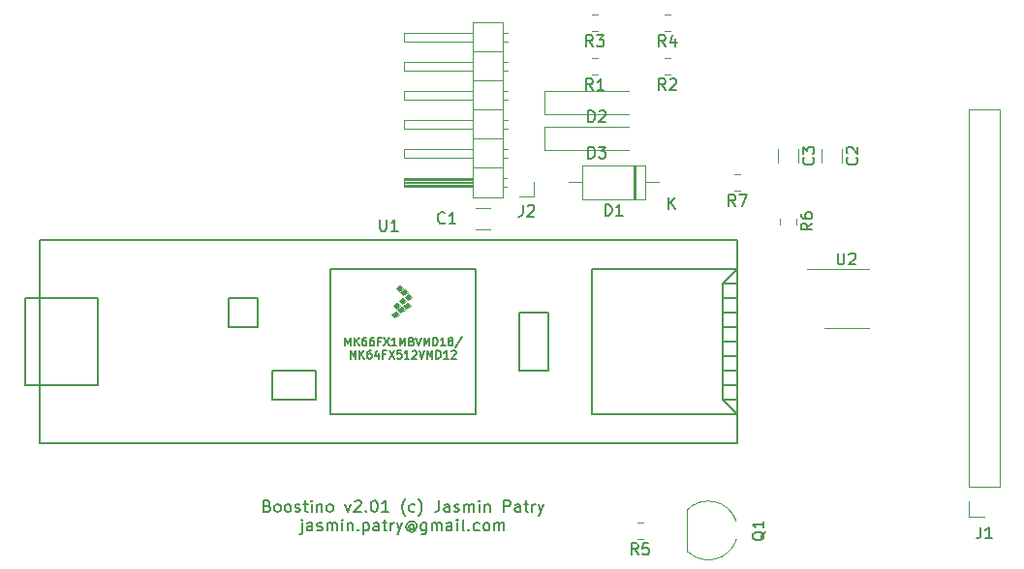
<source format=gbr>
G04 #@! TF.GenerationSoftware,KiCad,Pcbnew,(5.1.5)-3*
G04 #@! TF.CreationDate,2020-10-07T22:54:35-07:00*
G04 #@! TF.ProjectId,boostino,626f6f73-7469-46e6-9f2e-6b696361645f,rev?*
G04 #@! TF.SameCoordinates,Original*
G04 #@! TF.FileFunction,Legend,Top*
G04 #@! TF.FilePolarity,Positive*
%FSLAX46Y46*%
G04 Gerber Fmt 4.6, Leading zero omitted, Abs format (unit mm)*
G04 Created by KiCad (PCBNEW (5.1.5)-3) date 2020-10-07 22:54:35*
%MOMM*%
%LPD*%
G04 APERTURE LIST*
%ADD10C,0.150000*%
%ADD11C,0.120000*%
%ADD12C,0.100000*%
G04 APERTURE END LIST*
D10*
X130382857Y-126103571D02*
X130525714Y-126151190D01*
X130573333Y-126198809D01*
X130620952Y-126294047D01*
X130620952Y-126436904D01*
X130573333Y-126532142D01*
X130525714Y-126579761D01*
X130430476Y-126627380D01*
X130049523Y-126627380D01*
X130049523Y-125627380D01*
X130382857Y-125627380D01*
X130478095Y-125675000D01*
X130525714Y-125722619D01*
X130573333Y-125817857D01*
X130573333Y-125913095D01*
X130525714Y-126008333D01*
X130478095Y-126055952D01*
X130382857Y-126103571D01*
X130049523Y-126103571D01*
X131192380Y-126627380D02*
X131097142Y-126579761D01*
X131049523Y-126532142D01*
X131001904Y-126436904D01*
X131001904Y-126151190D01*
X131049523Y-126055952D01*
X131097142Y-126008333D01*
X131192380Y-125960714D01*
X131335238Y-125960714D01*
X131430476Y-126008333D01*
X131478095Y-126055952D01*
X131525714Y-126151190D01*
X131525714Y-126436904D01*
X131478095Y-126532142D01*
X131430476Y-126579761D01*
X131335238Y-126627380D01*
X131192380Y-126627380D01*
X132097142Y-126627380D02*
X132001904Y-126579761D01*
X131954285Y-126532142D01*
X131906666Y-126436904D01*
X131906666Y-126151190D01*
X131954285Y-126055952D01*
X132001904Y-126008333D01*
X132097142Y-125960714D01*
X132240000Y-125960714D01*
X132335238Y-126008333D01*
X132382857Y-126055952D01*
X132430476Y-126151190D01*
X132430476Y-126436904D01*
X132382857Y-126532142D01*
X132335238Y-126579761D01*
X132240000Y-126627380D01*
X132097142Y-126627380D01*
X132811428Y-126579761D02*
X132906666Y-126627380D01*
X133097142Y-126627380D01*
X133192380Y-126579761D01*
X133240000Y-126484523D01*
X133240000Y-126436904D01*
X133192380Y-126341666D01*
X133097142Y-126294047D01*
X132954285Y-126294047D01*
X132859047Y-126246428D01*
X132811428Y-126151190D01*
X132811428Y-126103571D01*
X132859047Y-126008333D01*
X132954285Y-125960714D01*
X133097142Y-125960714D01*
X133192380Y-126008333D01*
X133525714Y-125960714D02*
X133906666Y-125960714D01*
X133668571Y-125627380D02*
X133668571Y-126484523D01*
X133716190Y-126579761D01*
X133811428Y-126627380D01*
X133906666Y-126627380D01*
X134240000Y-126627380D02*
X134240000Y-125960714D01*
X134240000Y-125627380D02*
X134192380Y-125675000D01*
X134240000Y-125722619D01*
X134287619Y-125675000D01*
X134240000Y-125627380D01*
X134240000Y-125722619D01*
X134716190Y-125960714D02*
X134716190Y-126627380D01*
X134716190Y-126055952D02*
X134763809Y-126008333D01*
X134859047Y-125960714D01*
X135001904Y-125960714D01*
X135097142Y-126008333D01*
X135144761Y-126103571D01*
X135144761Y-126627380D01*
X135763809Y-126627380D02*
X135668571Y-126579761D01*
X135620952Y-126532142D01*
X135573333Y-126436904D01*
X135573333Y-126151190D01*
X135620952Y-126055952D01*
X135668571Y-126008333D01*
X135763809Y-125960714D01*
X135906666Y-125960714D01*
X136001904Y-126008333D01*
X136049523Y-126055952D01*
X136097142Y-126151190D01*
X136097142Y-126436904D01*
X136049523Y-126532142D01*
X136001904Y-126579761D01*
X135906666Y-126627380D01*
X135763809Y-126627380D01*
X137192380Y-125960714D02*
X137430476Y-126627380D01*
X137668571Y-125960714D01*
X138001904Y-125722619D02*
X138049523Y-125675000D01*
X138144761Y-125627380D01*
X138382857Y-125627380D01*
X138478095Y-125675000D01*
X138525714Y-125722619D01*
X138573333Y-125817857D01*
X138573333Y-125913095D01*
X138525714Y-126055952D01*
X137954285Y-126627380D01*
X138573333Y-126627380D01*
X139001904Y-126532142D02*
X139049523Y-126579761D01*
X139001904Y-126627380D01*
X138954285Y-126579761D01*
X139001904Y-126532142D01*
X139001904Y-126627380D01*
X139668571Y-125627380D02*
X139763809Y-125627380D01*
X139859047Y-125675000D01*
X139906666Y-125722619D01*
X139954285Y-125817857D01*
X140001904Y-126008333D01*
X140001904Y-126246428D01*
X139954285Y-126436904D01*
X139906666Y-126532142D01*
X139859047Y-126579761D01*
X139763809Y-126627380D01*
X139668571Y-126627380D01*
X139573333Y-126579761D01*
X139525714Y-126532142D01*
X139478095Y-126436904D01*
X139430476Y-126246428D01*
X139430476Y-126008333D01*
X139478095Y-125817857D01*
X139525714Y-125722619D01*
X139573333Y-125675000D01*
X139668571Y-125627380D01*
X140954285Y-126627380D02*
X140382857Y-126627380D01*
X140668571Y-126627380D02*
X140668571Y-125627380D01*
X140573333Y-125770238D01*
X140478095Y-125865476D01*
X140382857Y-125913095D01*
X142430476Y-127008333D02*
X142382857Y-126960714D01*
X142287619Y-126817857D01*
X142240000Y-126722619D01*
X142192380Y-126579761D01*
X142144761Y-126341666D01*
X142144761Y-126151190D01*
X142192380Y-125913095D01*
X142240000Y-125770238D01*
X142287619Y-125675000D01*
X142382857Y-125532142D01*
X142430476Y-125484523D01*
X143240000Y-126579761D02*
X143144761Y-126627380D01*
X142954285Y-126627380D01*
X142859047Y-126579761D01*
X142811428Y-126532142D01*
X142763809Y-126436904D01*
X142763809Y-126151190D01*
X142811428Y-126055952D01*
X142859047Y-126008333D01*
X142954285Y-125960714D01*
X143144761Y-125960714D01*
X143240000Y-126008333D01*
X143573333Y-127008333D02*
X143620952Y-126960714D01*
X143716190Y-126817857D01*
X143763809Y-126722619D01*
X143811428Y-126579761D01*
X143859047Y-126341666D01*
X143859047Y-126151190D01*
X143811428Y-125913095D01*
X143763809Y-125770238D01*
X143716190Y-125675000D01*
X143620952Y-125532142D01*
X143573333Y-125484523D01*
X145382857Y-125627380D02*
X145382857Y-126341666D01*
X145335238Y-126484523D01*
X145240000Y-126579761D01*
X145097142Y-126627380D01*
X145001904Y-126627380D01*
X146287619Y-126627380D02*
X146287619Y-126103571D01*
X146240000Y-126008333D01*
X146144761Y-125960714D01*
X145954285Y-125960714D01*
X145859047Y-126008333D01*
X146287619Y-126579761D02*
X146192380Y-126627380D01*
X145954285Y-126627380D01*
X145859047Y-126579761D01*
X145811428Y-126484523D01*
X145811428Y-126389285D01*
X145859047Y-126294047D01*
X145954285Y-126246428D01*
X146192380Y-126246428D01*
X146287619Y-126198809D01*
X146716190Y-126579761D02*
X146811428Y-126627380D01*
X147001904Y-126627380D01*
X147097142Y-126579761D01*
X147144761Y-126484523D01*
X147144761Y-126436904D01*
X147097142Y-126341666D01*
X147001904Y-126294047D01*
X146859047Y-126294047D01*
X146763809Y-126246428D01*
X146716190Y-126151190D01*
X146716190Y-126103571D01*
X146763809Y-126008333D01*
X146859047Y-125960714D01*
X147001904Y-125960714D01*
X147097142Y-126008333D01*
X147573333Y-126627380D02*
X147573333Y-125960714D01*
X147573333Y-126055952D02*
X147620952Y-126008333D01*
X147716190Y-125960714D01*
X147859047Y-125960714D01*
X147954285Y-126008333D01*
X148001904Y-126103571D01*
X148001904Y-126627380D01*
X148001904Y-126103571D02*
X148049523Y-126008333D01*
X148144761Y-125960714D01*
X148287619Y-125960714D01*
X148382857Y-126008333D01*
X148430476Y-126103571D01*
X148430476Y-126627380D01*
X148906666Y-126627380D02*
X148906666Y-125960714D01*
X148906666Y-125627380D02*
X148859047Y-125675000D01*
X148906666Y-125722619D01*
X148954285Y-125675000D01*
X148906666Y-125627380D01*
X148906666Y-125722619D01*
X149382857Y-125960714D02*
X149382857Y-126627380D01*
X149382857Y-126055952D02*
X149430476Y-126008333D01*
X149525714Y-125960714D01*
X149668571Y-125960714D01*
X149763809Y-126008333D01*
X149811428Y-126103571D01*
X149811428Y-126627380D01*
X151049523Y-126627380D02*
X151049523Y-125627380D01*
X151430476Y-125627380D01*
X151525714Y-125675000D01*
X151573333Y-125722619D01*
X151620952Y-125817857D01*
X151620952Y-125960714D01*
X151573333Y-126055952D01*
X151525714Y-126103571D01*
X151430476Y-126151190D01*
X151049523Y-126151190D01*
X152478095Y-126627380D02*
X152478095Y-126103571D01*
X152430476Y-126008333D01*
X152335238Y-125960714D01*
X152144761Y-125960714D01*
X152049523Y-126008333D01*
X152478095Y-126579761D02*
X152382857Y-126627380D01*
X152144761Y-126627380D01*
X152049523Y-126579761D01*
X152001904Y-126484523D01*
X152001904Y-126389285D01*
X152049523Y-126294047D01*
X152144761Y-126246428D01*
X152382857Y-126246428D01*
X152478095Y-126198809D01*
X152811428Y-125960714D02*
X153192380Y-125960714D01*
X152954285Y-125627380D02*
X152954285Y-126484523D01*
X153001904Y-126579761D01*
X153097142Y-126627380D01*
X153192380Y-126627380D01*
X153525714Y-126627380D02*
X153525714Y-125960714D01*
X153525714Y-126151190D02*
X153573333Y-126055952D01*
X153620952Y-126008333D01*
X153716190Y-125960714D01*
X153811428Y-125960714D01*
X154049523Y-125960714D02*
X154287619Y-126627380D01*
X154525714Y-125960714D02*
X154287619Y-126627380D01*
X154192380Y-126865476D01*
X154144761Y-126913095D01*
X154049523Y-126960714D01*
X133406666Y-127610714D02*
X133406666Y-128467857D01*
X133359047Y-128563095D01*
X133263809Y-128610714D01*
X133216190Y-128610714D01*
X133406666Y-127277380D02*
X133359047Y-127325000D01*
X133406666Y-127372619D01*
X133454285Y-127325000D01*
X133406666Y-127277380D01*
X133406666Y-127372619D01*
X134311428Y-128277380D02*
X134311428Y-127753571D01*
X134263809Y-127658333D01*
X134168571Y-127610714D01*
X133978095Y-127610714D01*
X133882857Y-127658333D01*
X134311428Y-128229761D02*
X134216190Y-128277380D01*
X133978095Y-128277380D01*
X133882857Y-128229761D01*
X133835238Y-128134523D01*
X133835238Y-128039285D01*
X133882857Y-127944047D01*
X133978095Y-127896428D01*
X134216190Y-127896428D01*
X134311428Y-127848809D01*
X134740000Y-128229761D02*
X134835238Y-128277380D01*
X135025714Y-128277380D01*
X135120952Y-128229761D01*
X135168571Y-128134523D01*
X135168571Y-128086904D01*
X135120952Y-127991666D01*
X135025714Y-127944047D01*
X134882857Y-127944047D01*
X134787619Y-127896428D01*
X134740000Y-127801190D01*
X134740000Y-127753571D01*
X134787619Y-127658333D01*
X134882857Y-127610714D01*
X135025714Y-127610714D01*
X135120952Y-127658333D01*
X135597142Y-128277380D02*
X135597142Y-127610714D01*
X135597142Y-127705952D02*
X135644761Y-127658333D01*
X135740000Y-127610714D01*
X135882857Y-127610714D01*
X135978095Y-127658333D01*
X136025714Y-127753571D01*
X136025714Y-128277380D01*
X136025714Y-127753571D02*
X136073333Y-127658333D01*
X136168571Y-127610714D01*
X136311428Y-127610714D01*
X136406666Y-127658333D01*
X136454285Y-127753571D01*
X136454285Y-128277380D01*
X136930476Y-128277380D02*
X136930476Y-127610714D01*
X136930476Y-127277380D02*
X136882857Y-127325000D01*
X136930476Y-127372619D01*
X136978095Y-127325000D01*
X136930476Y-127277380D01*
X136930476Y-127372619D01*
X137406666Y-127610714D02*
X137406666Y-128277380D01*
X137406666Y-127705952D02*
X137454285Y-127658333D01*
X137549523Y-127610714D01*
X137692380Y-127610714D01*
X137787619Y-127658333D01*
X137835238Y-127753571D01*
X137835238Y-128277380D01*
X138311428Y-128182142D02*
X138359047Y-128229761D01*
X138311428Y-128277380D01*
X138263809Y-128229761D01*
X138311428Y-128182142D01*
X138311428Y-128277380D01*
X138787619Y-127610714D02*
X138787619Y-128610714D01*
X138787619Y-127658333D02*
X138882857Y-127610714D01*
X139073333Y-127610714D01*
X139168571Y-127658333D01*
X139216190Y-127705952D01*
X139263809Y-127801190D01*
X139263809Y-128086904D01*
X139216190Y-128182142D01*
X139168571Y-128229761D01*
X139073333Y-128277380D01*
X138882857Y-128277380D01*
X138787619Y-128229761D01*
X140120952Y-128277380D02*
X140120952Y-127753571D01*
X140073333Y-127658333D01*
X139978095Y-127610714D01*
X139787619Y-127610714D01*
X139692380Y-127658333D01*
X140120952Y-128229761D02*
X140025714Y-128277380D01*
X139787619Y-128277380D01*
X139692380Y-128229761D01*
X139644761Y-128134523D01*
X139644761Y-128039285D01*
X139692380Y-127944047D01*
X139787619Y-127896428D01*
X140025714Y-127896428D01*
X140120952Y-127848809D01*
X140454285Y-127610714D02*
X140835238Y-127610714D01*
X140597142Y-127277380D02*
X140597142Y-128134523D01*
X140644761Y-128229761D01*
X140740000Y-128277380D01*
X140835238Y-128277380D01*
X141168571Y-128277380D02*
X141168571Y-127610714D01*
X141168571Y-127801190D02*
X141216190Y-127705952D01*
X141263809Y-127658333D01*
X141359047Y-127610714D01*
X141454285Y-127610714D01*
X141692380Y-127610714D02*
X141930476Y-128277380D01*
X142168571Y-127610714D02*
X141930476Y-128277380D01*
X141835238Y-128515476D01*
X141787619Y-128563095D01*
X141692380Y-128610714D01*
X143168571Y-127801190D02*
X143120952Y-127753571D01*
X143025714Y-127705952D01*
X142930476Y-127705952D01*
X142835238Y-127753571D01*
X142787619Y-127801190D01*
X142740000Y-127896428D01*
X142740000Y-127991666D01*
X142787619Y-128086904D01*
X142835238Y-128134523D01*
X142930476Y-128182142D01*
X143025714Y-128182142D01*
X143120952Y-128134523D01*
X143168571Y-128086904D01*
X143168571Y-127705952D02*
X143168571Y-128086904D01*
X143216190Y-128134523D01*
X143263809Y-128134523D01*
X143359047Y-128086904D01*
X143406666Y-127991666D01*
X143406666Y-127753571D01*
X143311428Y-127610714D01*
X143168571Y-127515476D01*
X142978095Y-127467857D01*
X142787619Y-127515476D01*
X142644761Y-127610714D01*
X142549523Y-127753571D01*
X142501904Y-127944047D01*
X142549523Y-128134523D01*
X142644761Y-128277380D01*
X142787619Y-128372619D01*
X142978095Y-128420238D01*
X143168571Y-128372619D01*
X143311428Y-128277380D01*
X144263809Y-127610714D02*
X144263809Y-128420238D01*
X144216190Y-128515476D01*
X144168571Y-128563095D01*
X144073333Y-128610714D01*
X143930476Y-128610714D01*
X143835238Y-128563095D01*
X144263809Y-128229761D02*
X144168571Y-128277380D01*
X143978095Y-128277380D01*
X143882857Y-128229761D01*
X143835238Y-128182142D01*
X143787619Y-128086904D01*
X143787619Y-127801190D01*
X143835238Y-127705952D01*
X143882857Y-127658333D01*
X143978095Y-127610714D01*
X144168571Y-127610714D01*
X144263809Y-127658333D01*
X144740000Y-128277380D02*
X144740000Y-127610714D01*
X144740000Y-127705952D02*
X144787619Y-127658333D01*
X144882857Y-127610714D01*
X145025714Y-127610714D01*
X145120952Y-127658333D01*
X145168571Y-127753571D01*
X145168571Y-128277380D01*
X145168571Y-127753571D02*
X145216190Y-127658333D01*
X145311428Y-127610714D01*
X145454285Y-127610714D01*
X145549523Y-127658333D01*
X145597142Y-127753571D01*
X145597142Y-128277380D01*
X146501904Y-128277380D02*
X146501904Y-127753571D01*
X146454285Y-127658333D01*
X146359047Y-127610714D01*
X146168571Y-127610714D01*
X146073333Y-127658333D01*
X146501904Y-128229761D02*
X146406666Y-128277380D01*
X146168571Y-128277380D01*
X146073333Y-128229761D01*
X146025714Y-128134523D01*
X146025714Y-128039285D01*
X146073333Y-127944047D01*
X146168571Y-127896428D01*
X146406666Y-127896428D01*
X146501904Y-127848809D01*
X146978095Y-128277380D02*
X146978095Y-127610714D01*
X146978095Y-127277380D02*
X146930476Y-127325000D01*
X146978095Y-127372619D01*
X147025714Y-127325000D01*
X146978095Y-127277380D01*
X146978095Y-127372619D01*
X147597142Y-128277380D02*
X147501904Y-128229761D01*
X147454285Y-128134523D01*
X147454285Y-127277380D01*
X147978095Y-128182142D02*
X148025714Y-128229761D01*
X147978095Y-128277380D01*
X147930476Y-128229761D01*
X147978095Y-128182142D01*
X147978095Y-128277380D01*
X148882857Y-128229761D02*
X148787619Y-128277380D01*
X148597142Y-128277380D01*
X148501904Y-128229761D01*
X148454285Y-128182142D01*
X148406666Y-128086904D01*
X148406666Y-127801190D01*
X148454285Y-127705952D01*
X148501904Y-127658333D01*
X148597142Y-127610714D01*
X148787619Y-127610714D01*
X148882857Y-127658333D01*
X149454285Y-128277380D02*
X149359047Y-128229761D01*
X149311428Y-128182142D01*
X149263809Y-128086904D01*
X149263809Y-127801190D01*
X149311428Y-127705952D01*
X149359047Y-127658333D01*
X149454285Y-127610714D01*
X149597142Y-127610714D01*
X149692380Y-127658333D01*
X149740000Y-127705952D01*
X149787619Y-127801190D01*
X149787619Y-128086904D01*
X149740000Y-128182142D01*
X149692380Y-128229761D01*
X149597142Y-128277380D01*
X149454285Y-128277380D01*
X150216190Y-128277380D02*
X150216190Y-127610714D01*
X150216190Y-127705952D02*
X150263809Y-127658333D01*
X150359047Y-127610714D01*
X150501904Y-127610714D01*
X150597142Y-127658333D01*
X150644761Y-127753571D01*
X150644761Y-128277380D01*
X150644761Y-127753571D02*
X150692380Y-127658333D01*
X150787619Y-127610714D01*
X150930476Y-127610714D01*
X151025714Y-127658333D01*
X151073333Y-127753571D01*
X151073333Y-128277380D01*
D11*
X150960000Y-99120000D02*
X150960000Y-83760000D01*
X150960000Y-83760000D02*
X148300000Y-83760000D01*
X148300000Y-83760000D02*
X148300000Y-99120000D01*
X148300000Y-99120000D02*
X150960000Y-99120000D01*
X148300000Y-98170000D02*
X142300000Y-98170000D01*
X142300000Y-98170000D02*
X142300000Y-97410000D01*
X142300000Y-97410000D02*
X148300000Y-97410000D01*
X148300000Y-98110000D02*
X142300000Y-98110000D01*
X148300000Y-97990000D02*
X142300000Y-97990000D01*
X148300000Y-97870000D02*
X142300000Y-97870000D01*
X148300000Y-97750000D02*
X142300000Y-97750000D01*
X148300000Y-97630000D02*
X142300000Y-97630000D01*
X148300000Y-97510000D02*
X142300000Y-97510000D01*
X151290000Y-98170000D02*
X150960000Y-98170000D01*
X151290000Y-97410000D02*
X150960000Y-97410000D01*
X150960000Y-96520000D02*
X148300000Y-96520000D01*
X148300000Y-95630000D02*
X142300000Y-95630000D01*
X142300000Y-95630000D02*
X142300000Y-94870000D01*
X142300000Y-94870000D02*
X148300000Y-94870000D01*
X151357071Y-95630000D02*
X150960000Y-95630000D01*
X151357071Y-94870000D02*
X150960000Y-94870000D01*
X150960000Y-93980000D02*
X148300000Y-93980000D01*
X148300000Y-93090000D02*
X142300000Y-93090000D01*
X142300000Y-93090000D02*
X142300000Y-92330000D01*
X142300000Y-92330000D02*
X148300000Y-92330000D01*
X151357071Y-93090000D02*
X150960000Y-93090000D01*
X151357071Y-92330000D02*
X150960000Y-92330000D01*
X150960000Y-91440000D02*
X148300000Y-91440000D01*
X148300000Y-90550000D02*
X142300000Y-90550000D01*
X142300000Y-90550000D02*
X142300000Y-89790000D01*
X142300000Y-89790000D02*
X148300000Y-89790000D01*
X151357071Y-90550000D02*
X150960000Y-90550000D01*
X151357071Y-89790000D02*
X150960000Y-89790000D01*
X150960000Y-88900000D02*
X148300000Y-88900000D01*
X148300000Y-88010000D02*
X142300000Y-88010000D01*
X142300000Y-88010000D02*
X142300000Y-87250000D01*
X142300000Y-87250000D02*
X148300000Y-87250000D01*
X151357071Y-88010000D02*
X150960000Y-88010000D01*
X151357071Y-87250000D02*
X150960000Y-87250000D01*
X150960000Y-86360000D02*
X148300000Y-86360000D01*
X148300000Y-85470000D02*
X142300000Y-85470000D01*
X142300000Y-85470000D02*
X142300000Y-84710000D01*
X142300000Y-84710000D02*
X148300000Y-84710000D01*
X151357071Y-85470000D02*
X150960000Y-85470000D01*
X151357071Y-84710000D02*
X150960000Y-84710000D01*
X153670000Y-97790000D02*
X153670000Y-99060000D01*
X153670000Y-99060000D02*
X152400000Y-99060000D01*
D10*
X127000000Y-107950000D02*
X127000000Y-110490000D01*
X127000000Y-110490000D02*
X129540000Y-110490000D01*
X129540000Y-110490000D02*
X129540000Y-107950000D01*
X129540000Y-107950000D02*
X127000000Y-107950000D01*
X134620000Y-116840000D02*
X130810000Y-116840000D01*
X130810000Y-116840000D02*
X130810000Y-114300000D01*
X130810000Y-114300000D02*
X134620000Y-114300000D01*
X134620000Y-114300000D02*
X134620000Y-116840000D01*
X148590000Y-118110000D02*
X148590000Y-105410000D01*
X135890000Y-105410000D02*
X135890000Y-118110000D01*
X135890000Y-118110000D02*
X148590000Y-118110000D01*
X135890000Y-105410000D02*
X148590000Y-105410000D01*
X170180000Y-116840000D02*
X171450000Y-116840000D01*
X170180000Y-115570000D02*
X171450000Y-115570000D01*
X170180000Y-114300000D02*
X171450000Y-114300000D01*
X170180000Y-113030000D02*
X171450000Y-113030000D01*
X170180000Y-111760000D02*
X171450000Y-111760000D01*
X170180000Y-110490000D02*
X171450000Y-110490000D01*
X170180000Y-109220000D02*
X171450000Y-109220000D01*
X170180000Y-107950000D02*
X171450000Y-107950000D01*
X170180000Y-106680000D02*
X171450000Y-106680000D01*
X171450000Y-118110000D02*
X170180000Y-116840000D01*
X170180000Y-116840000D02*
X170180000Y-106680000D01*
X170180000Y-106680000D02*
X171450000Y-105410000D01*
X171450000Y-105410000D02*
X158750000Y-105410000D01*
X158750000Y-105410000D02*
X158750000Y-118110000D01*
X158750000Y-118110000D02*
X171450000Y-118110000D01*
X171450000Y-102870000D02*
X110490000Y-102870000D01*
X110490000Y-120650000D02*
X171450000Y-120650000D01*
X110490000Y-115570000D02*
X109220000Y-115570000D01*
X109220000Y-115570000D02*
X109220000Y-107950000D01*
X109220000Y-107950000D02*
X110490000Y-107950000D01*
X115570000Y-115570000D02*
X115570000Y-107950000D01*
X115570000Y-107950000D02*
X110490000Y-107950000D01*
X115570000Y-115570000D02*
X110490000Y-115570000D01*
X154940000Y-109220000D02*
X154940000Y-114300000D01*
X154940000Y-114300000D02*
X152400000Y-114300000D01*
X152400000Y-114300000D02*
X152400000Y-109220000D01*
X152400000Y-109220000D02*
X154940000Y-109220000D01*
X171450000Y-102870000D02*
X171450000Y-120650000D01*
X110490000Y-120650000D02*
X110490000Y-102870000D01*
D12*
G36*
X141986000Y-106807000D02*
G01*
X142240000Y-107061000D01*
X141859000Y-107315000D01*
X141605000Y-107061000D01*
X141986000Y-106807000D01*
G37*
X141986000Y-106807000D02*
X142240000Y-107061000D01*
X141859000Y-107315000D01*
X141605000Y-107061000D01*
X141986000Y-106807000D01*
G36*
X141732000Y-108331000D02*
G01*
X141986000Y-108585000D01*
X141605000Y-108839000D01*
X141351000Y-108585000D01*
X141732000Y-108331000D01*
G37*
X141732000Y-108331000D02*
X141986000Y-108585000D01*
X141605000Y-108839000D01*
X141351000Y-108585000D01*
X141732000Y-108331000D01*
G36*
X141605000Y-109093000D02*
G01*
X141859000Y-109347000D01*
X141478000Y-109601000D01*
X141224000Y-109347000D01*
X141605000Y-109093000D01*
G37*
X141605000Y-109093000D02*
X141859000Y-109347000D01*
X141478000Y-109601000D01*
X141224000Y-109347000D01*
X141605000Y-109093000D01*
G36*
X142748000Y-107569000D02*
G01*
X143002000Y-107823000D01*
X142621000Y-108077000D01*
X142367000Y-107823000D01*
X142748000Y-107569000D01*
G37*
X142748000Y-107569000D02*
X143002000Y-107823000D01*
X142621000Y-108077000D01*
X142367000Y-107823000D01*
X142748000Y-107569000D01*
G36*
X142113000Y-108712000D02*
G01*
X142367000Y-108966000D01*
X141986000Y-109220000D01*
X141732000Y-108966000D01*
X142113000Y-108712000D01*
G37*
X142113000Y-108712000D02*
X142367000Y-108966000D01*
X141986000Y-109220000D01*
X141732000Y-108966000D01*
X142113000Y-108712000D01*
G36*
X142621000Y-108331000D02*
G01*
X142875000Y-108585000D01*
X142494000Y-108839000D01*
X142240000Y-108585000D01*
X142621000Y-108331000D01*
G37*
X142621000Y-108331000D02*
X142875000Y-108585000D01*
X142494000Y-108839000D01*
X142240000Y-108585000D01*
X142621000Y-108331000D01*
G36*
X142367000Y-107188000D02*
G01*
X142621000Y-107442000D01*
X142240000Y-107696000D01*
X141986000Y-107442000D01*
X142367000Y-107188000D01*
G37*
X142367000Y-107188000D02*
X142621000Y-107442000D01*
X142240000Y-107696000D01*
X141986000Y-107442000D01*
X142367000Y-107188000D01*
G36*
X142240000Y-107950000D02*
G01*
X142494000Y-108204000D01*
X142113000Y-108458000D01*
X141859000Y-108204000D01*
X142240000Y-107950000D01*
G37*
X142240000Y-107950000D02*
X142494000Y-108204000D01*
X142113000Y-108458000D01*
X141859000Y-108204000D01*
X142240000Y-107950000D01*
D11*
X167082316Y-130078445D02*
G75*
G03X171360000Y-129050000I1827684J1808445D01*
G01*
X167068259Y-126458125D02*
G75*
G02X171360000Y-127450000I1841741J-1811875D01*
G01*
X167060000Y-126470000D02*
X167060000Y-130070000D01*
X194370000Y-124460000D02*
X191710000Y-124460000D01*
X194370000Y-124460000D02*
X194370000Y-91380000D01*
X194370000Y-91380000D02*
X191710000Y-91380000D01*
X191710000Y-124460000D02*
X191710000Y-91380000D01*
X191710000Y-127060000D02*
X191710000Y-125730000D01*
X193040000Y-127060000D02*
X191710000Y-127060000D01*
X148622936Y-100055000D02*
X149827064Y-100055000D01*
X148622936Y-101875000D02*
X149827064Y-101875000D01*
X180615000Y-94865436D02*
X180615000Y-96069564D01*
X178795000Y-94865436D02*
X178795000Y-96069564D01*
X174985000Y-94865436D02*
X174985000Y-96069564D01*
X176805000Y-94865436D02*
X176805000Y-96069564D01*
X163375000Y-99260000D02*
X163375000Y-96320000D01*
X163375000Y-96320000D02*
X157935000Y-96320000D01*
X157935000Y-96320000D02*
X157935000Y-99260000D01*
X157935000Y-99260000D02*
X163375000Y-99260000D01*
X164595000Y-97790000D02*
X163375000Y-97790000D01*
X156715000Y-97790000D02*
X157935000Y-97790000D01*
X162475000Y-99260000D02*
X162475000Y-96320000D01*
X162355000Y-99260000D02*
X162355000Y-96320000D01*
X162595000Y-99260000D02*
X162595000Y-96320000D01*
X161925000Y-89805000D02*
X154625000Y-89805000D01*
X154625000Y-89805000D02*
X154625000Y-91805000D01*
X154625000Y-91805000D02*
X161925000Y-91805000D01*
X161925000Y-92980000D02*
X154625000Y-92980000D01*
X154625000Y-92980000D02*
X154625000Y-94980000D01*
X154625000Y-94980000D02*
X161925000Y-94980000D01*
X159256252Y-88340000D02*
X158733748Y-88340000D01*
X159256252Y-86920000D02*
X158733748Y-86920000D01*
X165606252Y-88340000D02*
X165083748Y-88340000D01*
X165606252Y-86920000D02*
X165083748Y-86920000D01*
X159256252Y-84530000D02*
X158733748Y-84530000D01*
X159256252Y-83110000D02*
X158733748Y-83110000D01*
X165606252Y-83110000D02*
X165083748Y-83110000D01*
X165606252Y-84530000D02*
X165083748Y-84530000D01*
X163211252Y-127560000D02*
X162688748Y-127560000D01*
X163211252Y-128980000D02*
X162688748Y-128980000D01*
X175185000Y-100948748D02*
X175185000Y-101471252D01*
X176605000Y-100948748D02*
X176605000Y-101471252D01*
X171711252Y-98500000D02*
X171188748Y-98500000D01*
X171711252Y-97080000D02*
X171188748Y-97080000D01*
X180975000Y-110510000D02*
X182925000Y-110510000D01*
X180975000Y-110510000D02*
X179025000Y-110510000D01*
X180975000Y-105390000D02*
X182925000Y-105390000D01*
X180975000Y-105390000D02*
X177525000Y-105390000D01*
D10*
X152701666Y-99782380D02*
X152701666Y-100496666D01*
X152654047Y-100639523D01*
X152558809Y-100734761D01*
X152415952Y-100782380D01*
X152320714Y-100782380D01*
X153130238Y-99877619D02*
X153177857Y-99830000D01*
X153273095Y-99782380D01*
X153511190Y-99782380D01*
X153606428Y-99830000D01*
X153654047Y-99877619D01*
X153701666Y-99972857D01*
X153701666Y-100068095D01*
X153654047Y-100210952D01*
X153082619Y-100782380D01*
X153701666Y-100782380D01*
X140208095Y-101052380D02*
X140208095Y-101861904D01*
X140255714Y-101957142D01*
X140303333Y-102004761D01*
X140398571Y-102052380D01*
X140589047Y-102052380D01*
X140684285Y-102004761D01*
X140731904Y-101957142D01*
X140779523Y-101861904D01*
X140779523Y-101052380D01*
X141779523Y-102052380D02*
X141208095Y-102052380D01*
X141493809Y-102052380D02*
X141493809Y-101052380D01*
X141398571Y-101195238D01*
X141303333Y-101290476D01*
X141208095Y-101338095D01*
X137190000Y-112076666D02*
X137190000Y-111376666D01*
X137423333Y-111876666D01*
X137656666Y-111376666D01*
X137656666Y-112076666D01*
X137990000Y-112076666D02*
X137990000Y-111376666D01*
X138390000Y-112076666D02*
X138090000Y-111676666D01*
X138390000Y-111376666D02*
X137990000Y-111776666D01*
X138990000Y-111376666D02*
X138856666Y-111376666D01*
X138790000Y-111410000D01*
X138756666Y-111443333D01*
X138690000Y-111543333D01*
X138656666Y-111676666D01*
X138656666Y-111943333D01*
X138690000Y-112010000D01*
X138723333Y-112043333D01*
X138790000Y-112076666D01*
X138923333Y-112076666D01*
X138990000Y-112043333D01*
X139023333Y-112010000D01*
X139056666Y-111943333D01*
X139056666Y-111776666D01*
X139023333Y-111710000D01*
X138990000Y-111676666D01*
X138923333Y-111643333D01*
X138790000Y-111643333D01*
X138723333Y-111676666D01*
X138690000Y-111710000D01*
X138656666Y-111776666D01*
X139656666Y-111376666D02*
X139523333Y-111376666D01*
X139456666Y-111410000D01*
X139423333Y-111443333D01*
X139356666Y-111543333D01*
X139323333Y-111676666D01*
X139323333Y-111943333D01*
X139356666Y-112010000D01*
X139390000Y-112043333D01*
X139456666Y-112076666D01*
X139590000Y-112076666D01*
X139656666Y-112043333D01*
X139690000Y-112010000D01*
X139723333Y-111943333D01*
X139723333Y-111776666D01*
X139690000Y-111710000D01*
X139656666Y-111676666D01*
X139590000Y-111643333D01*
X139456666Y-111643333D01*
X139390000Y-111676666D01*
X139356666Y-111710000D01*
X139323333Y-111776666D01*
X140256666Y-111710000D02*
X140023333Y-111710000D01*
X140023333Y-112076666D02*
X140023333Y-111376666D01*
X140356666Y-111376666D01*
X140556666Y-111376666D02*
X141023333Y-112076666D01*
X141023333Y-111376666D02*
X140556666Y-112076666D01*
X141656666Y-112076666D02*
X141256666Y-112076666D01*
X141456666Y-112076666D02*
X141456666Y-111376666D01*
X141390000Y-111476666D01*
X141323333Y-111543333D01*
X141256666Y-111576666D01*
X141956666Y-112076666D02*
X141956666Y-111376666D01*
X142190000Y-111876666D01*
X142423333Y-111376666D01*
X142423333Y-112076666D01*
X142990000Y-111710000D02*
X143090000Y-111743333D01*
X143123333Y-111776666D01*
X143156666Y-111843333D01*
X143156666Y-111943333D01*
X143123333Y-112010000D01*
X143090000Y-112043333D01*
X143023333Y-112076666D01*
X142756666Y-112076666D01*
X142756666Y-111376666D01*
X142990000Y-111376666D01*
X143056666Y-111410000D01*
X143090000Y-111443333D01*
X143123333Y-111510000D01*
X143123333Y-111576666D01*
X143090000Y-111643333D01*
X143056666Y-111676666D01*
X142990000Y-111710000D01*
X142756666Y-111710000D01*
X143356666Y-111376666D02*
X143590000Y-112076666D01*
X143823333Y-111376666D01*
X144056666Y-112076666D02*
X144056666Y-111376666D01*
X144290000Y-111876666D01*
X144523333Y-111376666D01*
X144523333Y-112076666D01*
X144856666Y-112076666D02*
X144856666Y-111376666D01*
X145023333Y-111376666D01*
X145123333Y-111410000D01*
X145190000Y-111476666D01*
X145223333Y-111543333D01*
X145256666Y-111676666D01*
X145256666Y-111776666D01*
X145223333Y-111910000D01*
X145190000Y-111976666D01*
X145123333Y-112043333D01*
X145023333Y-112076666D01*
X144856666Y-112076666D01*
X145923333Y-112076666D02*
X145523333Y-112076666D01*
X145723333Y-112076666D02*
X145723333Y-111376666D01*
X145656666Y-111476666D01*
X145590000Y-111543333D01*
X145523333Y-111576666D01*
X146323333Y-111676666D02*
X146256666Y-111643333D01*
X146223333Y-111610000D01*
X146190000Y-111543333D01*
X146190000Y-111510000D01*
X146223333Y-111443333D01*
X146256666Y-111410000D01*
X146323333Y-111376666D01*
X146456666Y-111376666D01*
X146523333Y-111410000D01*
X146556666Y-111443333D01*
X146590000Y-111510000D01*
X146590000Y-111543333D01*
X146556666Y-111610000D01*
X146523333Y-111643333D01*
X146456666Y-111676666D01*
X146323333Y-111676666D01*
X146256666Y-111710000D01*
X146223333Y-111743333D01*
X146190000Y-111810000D01*
X146190000Y-111943333D01*
X146223333Y-112010000D01*
X146256666Y-112043333D01*
X146323333Y-112076666D01*
X146456666Y-112076666D01*
X146523333Y-112043333D01*
X146556666Y-112010000D01*
X146590000Y-111943333D01*
X146590000Y-111810000D01*
X146556666Y-111743333D01*
X146523333Y-111710000D01*
X146456666Y-111676666D01*
X147390000Y-111343333D02*
X146790000Y-112243333D01*
X137640000Y-113219666D02*
X137640000Y-112519666D01*
X137873333Y-113019666D01*
X138106666Y-112519666D01*
X138106666Y-113219666D01*
X138440000Y-113219666D02*
X138440000Y-112519666D01*
X138840000Y-113219666D02*
X138540000Y-112819666D01*
X138840000Y-112519666D02*
X138440000Y-112919666D01*
X139440000Y-112519666D02*
X139306666Y-112519666D01*
X139240000Y-112553000D01*
X139206666Y-112586333D01*
X139140000Y-112686333D01*
X139106666Y-112819666D01*
X139106666Y-113086333D01*
X139140000Y-113153000D01*
X139173333Y-113186333D01*
X139240000Y-113219666D01*
X139373333Y-113219666D01*
X139440000Y-113186333D01*
X139473333Y-113153000D01*
X139506666Y-113086333D01*
X139506666Y-112919666D01*
X139473333Y-112853000D01*
X139440000Y-112819666D01*
X139373333Y-112786333D01*
X139240000Y-112786333D01*
X139173333Y-112819666D01*
X139140000Y-112853000D01*
X139106666Y-112919666D01*
X140106666Y-112753000D02*
X140106666Y-113219666D01*
X139940000Y-112486333D02*
X139773333Y-112986333D01*
X140206666Y-112986333D01*
X140706666Y-112853000D02*
X140473333Y-112853000D01*
X140473333Y-113219666D02*
X140473333Y-112519666D01*
X140806666Y-112519666D01*
X141006666Y-112519666D02*
X141473333Y-113219666D01*
X141473333Y-112519666D02*
X141006666Y-113219666D01*
X142073333Y-112519666D02*
X141740000Y-112519666D01*
X141706666Y-112853000D01*
X141740000Y-112819666D01*
X141806666Y-112786333D01*
X141973333Y-112786333D01*
X142040000Y-112819666D01*
X142073333Y-112853000D01*
X142106666Y-112919666D01*
X142106666Y-113086333D01*
X142073333Y-113153000D01*
X142040000Y-113186333D01*
X141973333Y-113219666D01*
X141806666Y-113219666D01*
X141740000Y-113186333D01*
X141706666Y-113153000D01*
X142773333Y-113219666D02*
X142373333Y-113219666D01*
X142573333Y-113219666D02*
X142573333Y-112519666D01*
X142506666Y-112619666D01*
X142440000Y-112686333D01*
X142373333Y-112719666D01*
X143040000Y-112586333D02*
X143073333Y-112553000D01*
X143140000Y-112519666D01*
X143306666Y-112519666D01*
X143373333Y-112553000D01*
X143406666Y-112586333D01*
X143440000Y-112653000D01*
X143440000Y-112719666D01*
X143406666Y-112819666D01*
X143006666Y-113219666D01*
X143440000Y-113219666D01*
X143640000Y-112519666D02*
X143873333Y-113219666D01*
X144106666Y-112519666D01*
X144340000Y-113219666D02*
X144340000Y-112519666D01*
X144573333Y-113019666D01*
X144806666Y-112519666D01*
X144806666Y-113219666D01*
X145140000Y-113219666D02*
X145140000Y-112519666D01*
X145306666Y-112519666D01*
X145406666Y-112553000D01*
X145473333Y-112619666D01*
X145506666Y-112686333D01*
X145540000Y-112819666D01*
X145540000Y-112919666D01*
X145506666Y-113053000D01*
X145473333Y-113119666D01*
X145406666Y-113186333D01*
X145306666Y-113219666D01*
X145140000Y-113219666D01*
X146206666Y-113219666D02*
X145806666Y-113219666D01*
X146006666Y-113219666D02*
X146006666Y-112519666D01*
X145940000Y-112619666D01*
X145873333Y-112686333D01*
X145806666Y-112719666D01*
X146473333Y-112586333D02*
X146506666Y-112553000D01*
X146573333Y-112519666D01*
X146740000Y-112519666D01*
X146806666Y-112553000D01*
X146840000Y-112586333D01*
X146873333Y-112653000D01*
X146873333Y-112719666D01*
X146840000Y-112819666D01*
X146440000Y-113219666D01*
X146873333Y-113219666D01*
X173857619Y-128365238D02*
X173810000Y-128460476D01*
X173714761Y-128555714D01*
X173571904Y-128698571D01*
X173524285Y-128793809D01*
X173524285Y-128889047D01*
X173762380Y-128841428D02*
X173714761Y-128936666D01*
X173619523Y-129031904D01*
X173429047Y-129079523D01*
X173095714Y-129079523D01*
X172905238Y-129031904D01*
X172810000Y-128936666D01*
X172762380Y-128841428D01*
X172762380Y-128650952D01*
X172810000Y-128555714D01*
X172905238Y-128460476D01*
X173095714Y-128412857D01*
X173429047Y-128412857D01*
X173619523Y-128460476D01*
X173714761Y-128555714D01*
X173762380Y-128650952D01*
X173762380Y-128841428D01*
X173762380Y-127460476D02*
X173762380Y-128031904D01*
X173762380Y-127746190D02*
X172762380Y-127746190D01*
X172905238Y-127841428D01*
X173000476Y-127936666D01*
X173048095Y-128031904D01*
X192706666Y-127952380D02*
X192706666Y-128666666D01*
X192659047Y-128809523D01*
X192563809Y-128904761D01*
X192420952Y-128952380D01*
X192325714Y-128952380D01*
X193706666Y-128952380D02*
X193135238Y-128952380D01*
X193420952Y-128952380D02*
X193420952Y-127952380D01*
X193325714Y-128095238D01*
X193230476Y-128190476D01*
X193135238Y-128238095D01*
X145883333Y-101322142D02*
X145835714Y-101369761D01*
X145692857Y-101417380D01*
X145597619Y-101417380D01*
X145454761Y-101369761D01*
X145359523Y-101274523D01*
X145311904Y-101179285D01*
X145264285Y-100988809D01*
X145264285Y-100845952D01*
X145311904Y-100655476D01*
X145359523Y-100560238D01*
X145454761Y-100465000D01*
X145597619Y-100417380D01*
X145692857Y-100417380D01*
X145835714Y-100465000D01*
X145883333Y-100512619D01*
X146835714Y-101417380D02*
X146264285Y-101417380D01*
X146550000Y-101417380D02*
X146550000Y-100417380D01*
X146454761Y-100560238D01*
X146359523Y-100655476D01*
X146264285Y-100703095D01*
X181882142Y-95634166D02*
X181929761Y-95681785D01*
X181977380Y-95824642D01*
X181977380Y-95919880D01*
X181929761Y-96062738D01*
X181834523Y-96157976D01*
X181739285Y-96205595D01*
X181548809Y-96253214D01*
X181405952Y-96253214D01*
X181215476Y-96205595D01*
X181120238Y-96157976D01*
X181025000Y-96062738D01*
X180977380Y-95919880D01*
X180977380Y-95824642D01*
X181025000Y-95681785D01*
X181072619Y-95634166D01*
X181072619Y-95253214D02*
X181025000Y-95205595D01*
X180977380Y-95110357D01*
X180977380Y-94872261D01*
X181025000Y-94777023D01*
X181072619Y-94729404D01*
X181167857Y-94681785D01*
X181263095Y-94681785D01*
X181405952Y-94729404D01*
X181977380Y-95300833D01*
X181977380Y-94681785D01*
X178072142Y-95634166D02*
X178119761Y-95681785D01*
X178167380Y-95824642D01*
X178167380Y-95919880D01*
X178119761Y-96062738D01*
X178024523Y-96157976D01*
X177929285Y-96205595D01*
X177738809Y-96253214D01*
X177595952Y-96253214D01*
X177405476Y-96205595D01*
X177310238Y-96157976D01*
X177215000Y-96062738D01*
X177167380Y-95919880D01*
X177167380Y-95824642D01*
X177215000Y-95681785D01*
X177262619Y-95634166D01*
X177167380Y-95300833D02*
X177167380Y-94681785D01*
X177548333Y-95015119D01*
X177548333Y-94872261D01*
X177595952Y-94777023D01*
X177643571Y-94729404D01*
X177738809Y-94681785D01*
X177976904Y-94681785D01*
X178072142Y-94729404D01*
X178119761Y-94777023D01*
X178167380Y-94872261D01*
X178167380Y-95157976D01*
X178119761Y-95253214D01*
X178072142Y-95300833D01*
X159916904Y-100712380D02*
X159916904Y-99712380D01*
X160155000Y-99712380D01*
X160297857Y-99760000D01*
X160393095Y-99855238D01*
X160440714Y-99950476D01*
X160488333Y-100140952D01*
X160488333Y-100283809D01*
X160440714Y-100474285D01*
X160393095Y-100569523D01*
X160297857Y-100664761D01*
X160155000Y-100712380D01*
X159916904Y-100712380D01*
X161440714Y-100712380D02*
X160869285Y-100712380D01*
X161155000Y-100712380D02*
X161155000Y-99712380D01*
X161059761Y-99855238D01*
X160964523Y-99950476D01*
X160869285Y-99998095D01*
X165473095Y-100142380D02*
X165473095Y-99142380D01*
X166044523Y-100142380D02*
X165615952Y-99570952D01*
X166044523Y-99142380D02*
X165473095Y-99713809D01*
X158436904Y-92527380D02*
X158436904Y-91527380D01*
X158675000Y-91527380D01*
X158817857Y-91575000D01*
X158913095Y-91670238D01*
X158960714Y-91765476D01*
X159008333Y-91955952D01*
X159008333Y-92098809D01*
X158960714Y-92289285D01*
X158913095Y-92384523D01*
X158817857Y-92479761D01*
X158675000Y-92527380D01*
X158436904Y-92527380D01*
X159389285Y-91622619D02*
X159436904Y-91575000D01*
X159532142Y-91527380D01*
X159770238Y-91527380D01*
X159865476Y-91575000D01*
X159913095Y-91622619D01*
X159960714Y-91717857D01*
X159960714Y-91813095D01*
X159913095Y-91955952D01*
X159341666Y-92527380D01*
X159960714Y-92527380D01*
X158436904Y-95702380D02*
X158436904Y-94702380D01*
X158675000Y-94702380D01*
X158817857Y-94750000D01*
X158913095Y-94845238D01*
X158960714Y-94940476D01*
X159008333Y-95130952D01*
X159008333Y-95273809D01*
X158960714Y-95464285D01*
X158913095Y-95559523D01*
X158817857Y-95654761D01*
X158675000Y-95702380D01*
X158436904Y-95702380D01*
X159341666Y-94702380D02*
X159960714Y-94702380D01*
X159627380Y-95083333D01*
X159770238Y-95083333D01*
X159865476Y-95130952D01*
X159913095Y-95178571D01*
X159960714Y-95273809D01*
X159960714Y-95511904D01*
X159913095Y-95607142D01*
X159865476Y-95654761D01*
X159770238Y-95702380D01*
X159484523Y-95702380D01*
X159389285Y-95654761D01*
X159341666Y-95607142D01*
X158828333Y-89732380D02*
X158495000Y-89256190D01*
X158256904Y-89732380D02*
X158256904Y-88732380D01*
X158637857Y-88732380D01*
X158733095Y-88780000D01*
X158780714Y-88827619D01*
X158828333Y-88922857D01*
X158828333Y-89065714D01*
X158780714Y-89160952D01*
X158733095Y-89208571D01*
X158637857Y-89256190D01*
X158256904Y-89256190D01*
X159780714Y-89732380D02*
X159209285Y-89732380D01*
X159495000Y-89732380D02*
X159495000Y-88732380D01*
X159399761Y-88875238D01*
X159304523Y-88970476D01*
X159209285Y-89018095D01*
X165178333Y-89732380D02*
X164845000Y-89256190D01*
X164606904Y-89732380D02*
X164606904Y-88732380D01*
X164987857Y-88732380D01*
X165083095Y-88780000D01*
X165130714Y-88827619D01*
X165178333Y-88922857D01*
X165178333Y-89065714D01*
X165130714Y-89160952D01*
X165083095Y-89208571D01*
X164987857Y-89256190D01*
X164606904Y-89256190D01*
X165559285Y-88827619D02*
X165606904Y-88780000D01*
X165702142Y-88732380D01*
X165940238Y-88732380D01*
X166035476Y-88780000D01*
X166083095Y-88827619D01*
X166130714Y-88922857D01*
X166130714Y-89018095D01*
X166083095Y-89160952D01*
X165511666Y-89732380D01*
X166130714Y-89732380D01*
X158828333Y-85922380D02*
X158495000Y-85446190D01*
X158256904Y-85922380D02*
X158256904Y-84922380D01*
X158637857Y-84922380D01*
X158733095Y-84970000D01*
X158780714Y-85017619D01*
X158828333Y-85112857D01*
X158828333Y-85255714D01*
X158780714Y-85350952D01*
X158733095Y-85398571D01*
X158637857Y-85446190D01*
X158256904Y-85446190D01*
X159161666Y-84922380D02*
X159780714Y-84922380D01*
X159447380Y-85303333D01*
X159590238Y-85303333D01*
X159685476Y-85350952D01*
X159733095Y-85398571D01*
X159780714Y-85493809D01*
X159780714Y-85731904D01*
X159733095Y-85827142D01*
X159685476Y-85874761D01*
X159590238Y-85922380D01*
X159304523Y-85922380D01*
X159209285Y-85874761D01*
X159161666Y-85827142D01*
X165178333Y-85922380D02*
X164845000Y-85446190D01*
X164606904Y-85922380D02*
X164606904Y-84922380D01*
X164987857Y-84922380D01*
X165083095Y-84970000D01*
X165130714Y-85017619D01*
X165178333Y-85112857D01*
X165178333Y-85255714D01*
X165130714Y-85350952D01*
X165083095Y-85398571D01*
X164987857Y-85446190D01*
X164606904Y-85446190D01*
X166035476Y-85255714D02*
X166035476Y-85922380D01*
X165797380Y-84874761D02*
X165559285Y-85589047D01*
X166178333Y-85589047D01*
X162783333Y-130372380D02*
X162450000Y-129896190D01*
X162211904Y-130372380D02*
X162211904Y-129372380D01*
X162592857Y-129372380D01*
X162688095Y-129420000D01*
X162735714Y-129467619D01*
X162783333Y-129562857D01*
X162783333Y-129705714D01*
X162735714Y-129800952D01*
X162688095Y-129848571D01*
X162592857Y-129896190D01*
X162211904Y-129896190D01*
X163688095Y-129372380D02*
X163211904Y-129372380D01*
X163164285Y-129848571D01*
X163211904Y-129800952D01*
X163307142Y-129753333D01*
X163545238Y-129753333D01*
X163640476Y-129800952D01*
X163688095Y-129848571D01*
X163735714Y-129943809D01*
X163735714Y-130181904D01*
X163688095Y-130277142D01*
X163640476Y-130324761D01*
X163545238Y-130372380D01*
X163307142Y-130372380D01*
X163211904Y-130324761D01*
X163164285Y-130277142D01*
X177997380Y-101376666D02*
X177521190Y-101710000D01*
X177997380Y-101948095D02*
X176997380Y-101948095D01*
X176997380Y-101567142D01*
X177045000Y-101471904D01*
X177092619Y-101424285D01*
X177187857Y-101376666D01*
X177330714Y-101376666D01*
X177425952Y-101424285D01*
X177473571Y-101471904D01*
X177521190Y-101567142D01*
X177521190Y-101948095D01*
X176997380Y-100519523D02*
X176997380Y-100710000D01*
X177045000Y-100805238D01*
X177092619Y-100852857D01*
X177235476Y-100948095D01*
X177425952Y-100995714D01*
X177806904Y-100995714D01*
X177902142Y-100948095D01*
X177949761Y-100900476D01*
X177997380Y-100805238D01*
X177997380Y-100614761D01*
X177949761Y-100519523D01*
X177902142Y-100471904D01*
X177806904Y-100424285D01*
X177568809Y-100424285D01*
X177473571Y-100471904D01*
X177425952Y-100519523D01*
X177378333Y-100614761D01*
X177378333Y-100805238D01*
X177425952Y-100900476D01*
X177473571Y-100948095D01*
X177568809Y-100995714D01*
X171283333Y-99892380D02*
X170950000Y-99416190D01*
X170711904Y-99892380D02*
X170711904Y-98892380D01*
X171092857Y-98892380D01*
X171188095Y-98940000D01*
X171235714Y-98987619D01*
X171283333Y-99082857D01*
X171283333Y-99225714D01*
X171235714Y-99320952D01*
X171188095Y-99368571D01*
X171092857Y-99416190D01*
X170711904Y-99416190D01*
X171616666Y-98892380D02*
X172283333Y-98892380D01*
X171854761Y-99892380D01*
X180213095Y-104002380D02*
X180213095Y-104811904D01*
X180260714Y-104907142D01*
X180308333Y-104954761D01*
X180403571Y-105002380D01*
X180594047Y-105002380D01*
X180689285Y-104954761D01*
X180736904Y-104907142D01*
X180784523Y-104811904D01*
X180784523Y-104002380D01*
X181213095Y-104097619D02*
X181260714Y-104050000D01*
X181355952Y-104002380D01*
X181594047Y-104002380D01*
X181689285Y-104050000D01*
X181736904Y-104097619D01*
X181784523Y-104192857D01*
X181784523Y-104288095D01*
X181736904Y-104430952D01*
X181165476Y-105002380D01*
X181784523Y-105002380D01*
M02*

</source>
